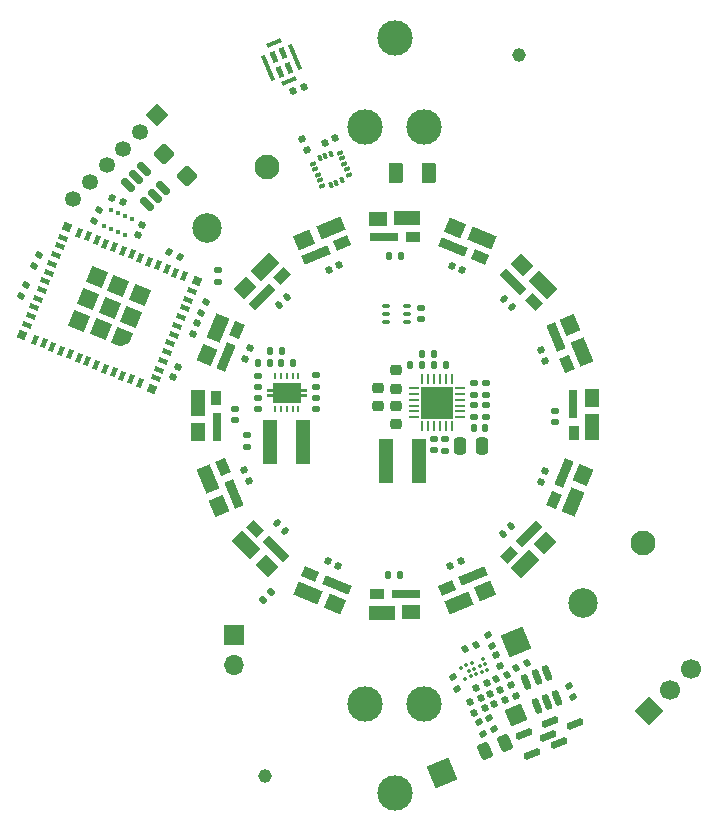
<source format=gts>
%TF.GenerationSoftware,KiCad,Pcbnew,7.0.7*%
%TF.CreationDate,2023-09-11T21:54:18+02:00*%
%TF.ProjectId,blinkekatze,626c696e-6b65-46b6-9174-7a652e6b6963,rev?*%
%TF.SameCoordinates,Original*%
%TF.FileFunction,Soldermask,Top*%
%TF.FilePolarity,Negative*%
%FSLAX46Y46*%
G04 Gerber Fmt 4.6, Leading zero omitted, Abs format (unit mm)*
G04 Created by KiCad (PCBNEW 7.0.7) date 2023-09-11 21:54:18*
%MOMM*%
%LPD*%
G01*
G04 APERTURE LIST*
G04 Aperture macros list*
%AMRoundRect*
0 Rectangle with rounded corners*
0 $1 Rounding radius*
0 $2 $3 $4 $5 $6 $7 $8 $9 X,Y pos of 4 corners*
0 Add a 4 corners polygon primitive as box body*
4,1,4,$2,$3,$4,$5,$6,$7,$8,$9,$2,$3,0*
0 Add four circle primitives for the rounded corners*
1,1,$1+$1,$2,$3*
1,1,$1+$1,$4,$5*
1,1,$1+$1,$6,$7*
1,1,$1+$1,$8,$9*
0 Add four rect primitives between the rounded corners*
20,1,$1+$1,$2,$3,$4,$5,0*
20,1,$1+$1,$4,$5,$6,$7,0*
20,1,$1+$1,$6,$7,$8,$9,0*
20,1,$1+$1,$8,$9,$2,$3,0*%
%AMHorizOval*
0 Thick line with rounded ends*
0 $1 width*
0 $2 $3 position (X,Y) of the first rounded end (center of the circle)*
0 $4 $5 position (X,Y) of the second rounded end (center of the circle)*
0 Add line between two ends*
20,1,$1,$2,$3,$4,$5,0*
0 Add two circle primitives to create the rounded ends*
1,1,$1,$2,$3*
1,1,$1,$4,$5*%
%AMRotRect*
0 Rectangle, with rotation*
0 The origin of the aperture is its center*
0 $1 length*
0 $2 width*
0 $3 Rotation angle, in degrees counterclockwise*
0 Add horizontal line*
21,1,$1,$2,0,0,$3*%
%AMOutline4P*
0 Free polygon, 4 corners , with rotation*
0 The origin of the aperture is its center*
0 number of corners: always 4*
0 $1 to $8 corner X, Y*
0 $9 Rotation angle, in degrees counterclockwise*
0 create outline with 4 corners*
4,1,4,$1,$2,$3,$4,$5,$6,$7,$8,$1,$2,$9*%
%AMOutline5P*
0 Free polygon, 5 corners , with rotation*
0 The origin of the aperture is its center*
0 number of corners: always 5*
0 $1 to $10 corner X, Y*
0 $11 Rotation angle, in degrees counterclockwise*
0 create outline with 5 corners*
4,1,5,$1,$2,$3,$4,$5,$6,$7,$8,$9,$10,$1,$2,$11*%
%AMOutline6P*
0 Free polygon, 6 corners , with rotation*
0 The origin of the aperture is its center*
0 number of corners: always 6*
0 $1 to $12 corner X, Y*
0 $13 Rotation angle, in degrees counterclockwise*
0 create outline with 6 corners*
4,1,6,$1,$2,$3,$4,$5,$6,$7,$8,$9,$10,$11,$12,$1,$2,$13*%
%AMOutline7P*
0 Free polygon, 7 corners , with rotation*
0 The origin of the aperture is its center*
0 number of corners: always 7*
0 $1 to $14 corner X, Y*
0 $15 Rotation angle, in degrees counterclockwise*
0 create outline with 7 corners*
4,1,7,$1,$2,$3,$4,$5,$6,$7,$8,$9,$10,$11,$12,$13,$14,$1,$2,$15*%
%AMOutline8P*
0 Free polygon, 8 corners , with rotation*
0 The origin of the aperture is its center*
0 number of corners: always 8*
0 $1 to $16 corner X, Y*
0 $17 Rotation angle, in degrees counterclockwise*
0 create outline with 8 corners*
4,1,8,$1,$2,$3,$4,$5,$6,$7,$8,$9,$10,$11,$12,$13,$14,$15,$16,$1,$2,$17*%
%AMFreePoly0*
4,1,21,-0.125000,1.200000,0.125000,1.200000,0.125000,1.700000,0.375000,1.700000,0.375000,1.200000,0.825000,1.200000,0.825000,-1.200000,0.375000,-1.200000,0.375000,-1.700000,0.125000,-1.700000,0.125000,-1.200000,-0.125000,-1.200000,-0.125000,-1.700000,-0.375000,-1.700000,-0.375000,-1.200000,-0.825000,-1.200000,-0.825000,1.200000,-0.375000,1.200000,-0.375000,1.700000,-0.125000,1.700000,
-0.125000,1.200000,-0.125000,1.200000,$1*%
G04 Aperture macros list end*
%ADD10RotRect,1.300000X0.900000X45.000000*%
%ADD11RotRect,2.200000X1.200000X45.000000*%
%ADD12RotRect,1.500000X1.300000X45.000000*%
%ADD13RotRect,2.400000X0.800000X45.000000*%
%ADD14R,1.300000X0.900000*%
%ADD15R,2.200000X1.200000*%
%ADD16R,1.500000X1.300000*%
%ADD17R,2.400000X0.800000*%
%ADD18RotRect,1.300000X0.900000X67.500000*%
%ADD19RotRect,2.200000X1.200000X67.500000*%
%ADD20RotRect,1.500000X1.300000X67.500000*%
%ADD21RotRect,2.400000X0.800000X67.500000*%
%ADD22RotRect,1.300000X0.900000X22.500000*%
%ADD23RotRect,2.200000X1.200000X22.500000*%
%ADD24RotRect,1.500000X1.300000X22.500000*%
%ADD25RotRect,2.400000X0.800000X22.500000*%
%ADD26RotRect,1.300000X0.900000X247.500000*%
%ADD27RotRect,2.200000X1.200000X247.500000*%
%ADD28RotRect,1.500000X1.300000X247.500000*%
%ADD29RotRect,2.400000X0.800000X247.500000*%
%ADD30RotRect,1.300000X0.900000X337.500000*%
%ADD31RotRect,2.200000X1.200000X337.500000*%
%ADD32RotRect,1.500000X1.300000X337.500000*%
%ADD33RotRect,2.400000X0.800000X337.500000*%
%ADD34RotRect,1.300000X0.900000X202.500000*%
%ADD35RotRect,2.200000X1.200000X202.500000*%
%ADD36RotRect,1.500000X1.300000X202.500000*%
%ADD37RotRect,2.400000X0.800000X202.500000*%
%ADD38RotRect,1.300000X0.900000X157.500000*%
%ADD39RotRect,2.200000X1.200000X157.500000*%
%ADD40RotRect,1.500000X1.300000X157.500000*%
%ADD41RotRect,2.400000X0.800000X157.500000*%
%ADD42RotRect,1.300000X0.900000X225.000000*%
%ADD43RotRect,2.200000X1.200000X225.000000*%
%ADD44RotRect,1.500000X1.300000X225.000000*%
%ADD45RotRect,2.400000X0.800000X225.000000*%
%ADD46RotRect,1.300000X0.900000X292.500000*%
%ADD47RotRect,2.200000X1.200000X292.500000*%
%ADD48RotRect,1.500000X1.300000X292.500000*%
%ADD49RotRect,2.400000X0.800000X292.500000*%
%ADD50RotRect,1.300000X0.900000X135.000000*%
%ADD51RotRect,2.200000X1.200000X135.000000*%
%ADD52RotRect,1.500000X1.300000X135.000000*%
%ADD53RotRect,2.400000X0.800000X135.000000*%
%ADD54R,0.900000X1.300000*%
%ADD55R,1.200000X2.200000*%
%ADD56R,1.300000X1.500000*%
%ADD57R,0.800000X2.400000*%
%ADD58RotRect,1.300000X0.900000X315.000000*%
%ADD59RotRect,2.200000X1.200000X315.000000*%
%ADD60RotRect,1.500000X1.300000X315.000000*%
%ADD61RotRect,2.400000X0.800000X315.000000*%
%ADD62RotRect,1.300000X0.900000X112.500000*%
%ADD63RotRect,2.200000X1.200000X112.500000*%
%ADD64RotRect,1.500000X1.300000X112.500000*%
%ADD65RotRect,2.400000X0.800000X112.500000*%
%ADD66RotRect,1.700000X1.700000X135.000000*%
%ADD67HorizOval,1.700000X0.000000X0.000000X0.000000X0.000000X0*%
%ADD68RoundRect,0.135000X0.222580X-0.053927X0.119255X0.195520X-0.222580X0.053927X-0.119255X-0.195520X0*%
%ADD69RoundRect,0.087500X-0.139743X-0.152593X0.206712X-0.009086X0.139743X0.152593X-0.206712X0.009086X0*%
%ADD70RoundRect,0.087500X-0.009086X-0.206712X0.152593X-0.139743X0.009086X0.206712X-0.152593X0.139743X0*%
%ADD71RotRect,0.350000X0.350000X157.500000*%
%ADD72C,2.500000*%
%ADD73R,1.200000X3.700000*%
%ADD74RoundRect,0.075000X0.250000X0.075000X-0.250000X0.075000X-0.250000X-0.075000X0.250000X-0.075000X0*%
%ADD75RoundRect,0.135000X0.135000X0.185000X-0.135000X0.185000X-0.135000X-0.185000X0.135000X-0.185000X0*%
%ADD76RoundRect,0.140000X0.194399X0.103484X-0.064287X0.210635X-0.194399X-0.103484X0.064287X-0.210635X0*%
%ADD77RotRect,1.350000X1.350000X315.000000*%
%ADD78HorizOval,1.350000X0.000000X0.000000X0.000000X0.000000X0*%
%ADD79RoundRect,0.225000X0.250000X-0.225000X0.250000X0.225000X-0.250000X0.225000X-0.250000X-0.225000X0*%
%ADD80RoundRect,0.140000X0.210635X-0.064287X0.103484X0.194399X-0.210635X0.064287X-0.103484X-0.194399X0*%
%ADD81RoundRect,0.250000X-0.618718X0.017678X0.017678X-0.618718X0.618718X-0.017678X-0.017678X0.618718X0*%
%ADD82RoundRect,0.140000X-0.170000X0.140000X-0.170000X-0.140000X0.170000X-0.140000X0.170000X0.140000X0*%
%ADD83RoundRect,0.140000X-0.140000X-0.170000X0.140000X-0.170000X0.140000X0.170000X-0.140000X0.170000X0*%
%ADD84RoundRect,0.140000X-0.219203X-0.021213X-0.021213X-0.219203X0.219203X0.021213X0.021213X0.219203X0*%
%ADD85RoundRect,0.135000X-0.119255X0.195520X-0.222580X-0.053927X0.119255X-0.195520X0.222580X0.053927X0*%
%ADD86RoundRect,0.140000X0.064287X0.210635X-0.194399X0.103484X-0.064287X-0.210635X0.194399X-0.103484X0*%
%ADD87RoundRect,0.140000X-0.194399X-0.103484X0.064287X-0.210635X0.194399X0.103484X-0.064287X0.210635X0*%
%ADD88RoundRect,0.250000X-0.250000X-0.475000X0.250000X-0.475000X0.250000X0.475000X-0.250000X0.475000X0*%
%ADD89RoundRect,0.140000X0.021213X-0.219203X0.219203X-0.021213X-0.021213X0.219203X-0.219203X0.021213X0*%
%ADD90RoundRect,0.140000X-0.103484X0.194399X-0.210635X-0.064287X0.103484X-0.194399X0.210635X0.064287X0*%
%ADD91RoundRect,0.150000X-0.485377X-0.363408X0.600182X0.086245X0.485377X0.363408X-0.600182X-0.086245X0*%
%ADD92RoundRect,0.250000X-0.070311X-0.516200X0.414726X-0.315291X0.070311X0.516200X-0.414726X0.315291X0*%
%ADD93C,2.100000*%
%ADD94RoundRect,0.140000X-0.064287X-0.210635X0.194399X-0.103484X0.064287X0.210635X-0.194399X0.103484X0*%
%ADD95RoundRect,0.135000X-0.135000X-0.185000X0.135000X-0.185000X0.135000X0.185000X-0.135000X0.185000X0*%
%ADD96RoundRect,0.135000X-0.222580X0.053927X-0.119255X-0.195520X0.222580X-0.053927X0.119255X0.195520X0*%
%ADD97RoundRect,0.135000X-0.053927X-0.222580X0.195520X-0.119255X0.053927X0.222580X-0.195520X0.119255X0*%
%ADD98RoundRect,0.140000X-0.210635X0.064287X-0.103484X-0.194399X0.210635X-0.064287X0.103484X0.194399X0*%
%ADD99R,1.700000X1.700000*%
%ADD100O,1.700000X1.700000*%
%ADD101RoundRect,0.140000X-0.021213X0.219203X-0.219203X0.021213X0.021213X-0.219203X0.219203X-0.021213X0*%
%ADD102RoundRect,0.135000X0.185000X-0.135000X0.185000X0.135000X-0.185000X0.135000X-0.185000X-0.135000X0*%
%ADD103RoundRect,0.250000X0.375000X0.625000X-0.375000X0.625000X-0.375000X-0.625000X0.375000X-0.625000X0*%
%ADD104RoundRect,0.140000X0.170000X-0.140000X0.170000X0.140000X-0.170000X0.140000X-0.170000X-0.140000X0*%
%ADD105RoundRect,0.135000X0.053927X0.222580X-0.195520X0.119255X-0.053927X-0.222580X0.195520X-0.119255X0*%
%ADD106RoundRect,0.225000X-0.250000X0.225000X-0.250000X-0.225000X0.250000X-0.225000X0.250000X0.225000X0*%
%ADD107RoundRect,0.140000X0.140000X0.170000X-0.140000X0.170000X-0.140000X-0.170000X0.140000X-0.170000X0*%
%ADD108RoundRect,0.150000X0.334707X-0.416086X-0.057543X0.530891X-0.334707X0.416086X0.057543X-0.530891X0*%
%ADD109RotRect,0.800000X0.400000X157.500000*%
%ADD110RotRect,0.800000X0.400000X247.500000*%
%ADD111Outline5P,-0.725000X0.145000X-0.145000X0.725000X0.725000X0.725000X0.725000X-0.725000X-0.725000X-0.725000X157.500000*%
%ADD112RotRect,1.450000X1.450000X157.500000*%
%ADD113Outline4P,-0.350000X-0.350000X0.350000X-0.350000X0.350000X0.350000X-0.350000X0.350000X157.500000*%
%ADD114RotRect,1.500000X1.500000X22.500000*%
%ADD115R,0.240000X0.600000*%
%ADD116FreePoly0,90.000000*%
%ADD117RoundRect,0.135000X-0.195520X-0.119255X0.053927X-0.222580X0.195520X0.119255X-0.053927X0.222580X0*%
%ADD118RoundRect,0.062500X0.350000X0.062500X-0.350000X0.062500X-0.350000X-0.062500X0.350000X-0.062500X0*%
%ADD119RoundRect,0.062500X0.062500X0.350000X-0.062500X0.350000X-0.062500X-0.350000X0.062500X-0.350000X0*%
%ADD120R,2.700000X2.700000*%
%ADD121RoundRect,0.140000X0.103484X-0.194399X0.210635X0.064287X-0.103484X0.194399X-0.210635X-0.064287X0*%
%ADD122RoundRect,0.140000X0.219203X0.021213X0.021213X0.219203X-0.219203X-0.021213X-0.021213X-0.219203X0*%
%ADD123C,0.345000*%
%ADD124RotRect,0.450000X0.950000X22.500000*%
%ADD125RotRect,0.350000X2.300000X22.500000*%
%ADD126RotRect,1.300000X0.350000X22.500000*%
%ADD127RotRect,2.000000X2.000000X22.500000*%
%ADD128RoundRect,0.150000X-0.468458X0.256326X0.256326X-0.468458X0.468458X-0.256326X-0.256326X0.468458X0*%
%ADD129RoundRect,0.135000X-0.035355X0.226274X-0.226274X0.035355X0.035355X-0.226274X0.226274X-0.035355X0*%
%ADD130C,1.152000*%
%ADD131C,3.000000*%
G04 APERTURE END LIST*
D10*
%TO.C,D15*%
X90411701Y-88190381D03*
D11*
X88997487Y-87412563D03*
D12*
X87300431Y-89180330D03*
D13*
X88714645Y-89958148D03*
%TD*%
D14*
%TO.C,D13*%
X101500000Y-84850000D03*
D15*
X101050000Y-83300000D03*
D16*
X98600000Y-83350000D03*
D17*
X99050000Y-84900000D03*
%TD*%
D18*
%TO.C,D16*%
X86609323Y-92789462D03*
D19*
X85005102Y-92612048D03*
D20*
X84113721Y-94894687D03*
D21*
X85717942Y-95072101D03*
%TD*%
D22*
%TO.C,D14*%
X95561100Y-85411272D03*
D23*
X94552195Y-84151467D03*
D24*
X92307824Y-85135235D03*
D25*
X93316730Y-86395041D03*
%TD*%
D26*
%TO.C,D8*%
X113440677Y-107160538D03*
D27*
X115044898Y-107337952D03*
D28*
X115936279Y-105055313D03*
D29*
X114332058Y-104877899D03*
%TD*%
D30*
%TO.C,D12*%
X107210538Y-86609323D03*
D31*
X107387952Y-85005102D03*
D32*
X105105313Y-84113721D03*
D33*
X104927899Y-85717942D03*
%TD*%
D34*
%TO.C,D6*%
X104388900Y-114588728D03*
D35*
X105397805Y-115848533D03*
D36*
X107642176Y-114864765D03*
D37*
X106633270Y-113604959D03*
%TD*%
D38*
%TO.C,D4*%
X92789462Y-113440677D03*
D39*
X92612048Y-115044898D03*
D40*
X94894687Y-115936279D03*
D41*
X95072101Y-114332058D03*
%TD*%
D42*
%TO.C,D7*%
X109638299Y-111809619D03*
D43*
X111052513Y-112587437D03*
D44*
X112749569Y-110819670D03*
D45*
X111335355Y-110041852D03*
%TD*%
D46*
%TO.C,D10*%
X114588728Y-95611100D03*
D47*
X115848533Y-94602195D03*
D48*
X114864765Y-92357824D03*
D49*
X113604959Y-93366730D03*
%TD*%
D50*
%TO.C,D3*%
X88190381Y-109588299D03*
D51*
X87412563Y-111002513D03*
D52*
X89180330Y-112699569D03*
D53*
X89958148Y-111285355D03*
%TD*%
D54*
%TO.C,D1*%
X84850000Y-98500000D03*
D55*
X83300000Y-98950000D03*
D56*
X83350000Y-101400000D03*
D57*
X84900000Y-100950000D03*
%TD*%
D14*
%TO.C,D5*%
X98500000Y-115150000D03*
D15*
X98950000Y-116700000D03*
D16*
X101400000Y-116650000D03*
D17*
X100950000Y-115100000D03*
%TD*%
D54*
%TO.C,D9*%
X115150000Y-101450000D03*
D55*
X116700000Y-101000000D03*
D56*
X116650000Y-98550000D03*
D57*
X115100000Y-99000000D03*
%TD*%
D58*
%TO.C,D11*%
X111759619Y-90361701D03*
D59*
X112537437Y-88947487D03*
D60*
X110769670Y-87250431D03*
D61*
X109991852Y-88664645D03*
%TD*%
D62*
%TO.C,D2*%
X85411272Y-104388900D03*
D63*
X84151467Y-105397805D03*
D64*
X85135235Y-107642176D03*
D65*
X86395041Y-106633270D03*
%TD*%
D66*
%TO.C,J3*%
X121477498Y-125054902D03*
D67*
X123273549Y-123258851D03*
X125069600Y-121462800D03*
%TD*%
D68*
%TO.C,R6*%
X108354952Y-126567013D03*
X107964614Y-125624655D03*
%TD*%
D69*
%TO.C,U10*%
X93071128Y-78689816D03*
X93262470Y-79151755D03*
X93453812Y-79613695D03*
X93645153Y-80075635D03*
X93836495Y-80537575D03*
D70*
X94592411Y-80468002D03*
X95054351Y-80276660D03*
X95516291Y-80085319D03*
D69*
X96100000Y-79600000D03*
X95908658Y-79138061D03*
X95717316Y-78676121D03*
X95525975Y-78214181D03*
X95334633Y-77752241D03*
D70*
X94578717Y-77821814D03*
X94116777Y-78013156D03*
X93654837Y-78204497D03*
%TD*%
D71*
%TO.C,U5*%
X77173337Y-84692929D03*
X76572815Y-84444185D03*
X75972294Y-84195441D03*
X75371772Y-83946696D03*
X75926663Y-82607071D03*
X76527185Y-82855815D03*
X77127706Y-83104559D03*
X77728228Y-83353304D03*
%TD*%
D72*
%TO.C,H3*%
X84090097Y-84090097D03*
%TD*%
D73*
%TO.C,L4*%
X92235000Y-102275000D03*
X89435000Y-102275000D03*
%TD*%
D74*
%TO.C,U7*%
X101050000Y-92050000D03*
X101050000Y-91400000D03*
X101050000Y-90750000D03*
X99250000Y-90750000D03*
X99250000Y-91400000D03*
X99250000Y-92050000D03*
%TD*%
D75*
%TO.C,R14*%
X102322502Y-95750000D03*
X101302502Y-95750000D03*
%TD*%
D76*
%TO.C,C5*%
X95186924Y-112707376D03*
X94300000Y-112340000D03*
%TD*%
D77*
%TO.C,J2*%
X79848427Y-74571573D03*
D78*
X78434213Y-75985787D03*
X77020000Y-77400000D03*
X75605786Y-78814214D03*
X74191573Y-80228427D03*
X72777359Y-81642641D03*
%TD*%
D79*
%TO.C,C32*%
X100112502Y-97725000D03*
X100112502Y-96175000D03*
%TD*%
D80*
%TO.C,C26*%
X110217376Y-123736924D03*
X109850000Y-122850000D03*
%TD*%
D81*
%TO.C,C17*%
X80493655Y-77815406D03*
X82402843Y-79724594D03*
%TD*%
D82*
%TO.C,C72*%
X93334999Y-98514999D03*
X93334999Y-99474999D03*
%TD*%
D83*
%TO.C,C73*%
X90375000Y-95574999D03*
X91335000Y-95574999D03*
%TD*%
D84*
%TO.C,C12*%
X109270589Y-90170589D03*
X109949411Y-90849411D03*
%TD*%
D82*
%TO.C,C74*%
X88375000Y-98515001D03*
X88375000Y-99475001D03*
%TD*%
D85*
%TO.C,R19*%
X68765169Y-88968821D03*
X68374831Y-89911179D03*
%TD*%
D86*
%TO.C,C20*%
X107252823Y-123906239D03*
X106365899Y-124273615D03*
%TD*%
%TO.C,C68*%
X92293462Y-72166312D03*
X91406538Y-72533688D03*
%TD*%
D87*
%TO.C,C13*%
X104826538Y-87346312D03*
X105713462Y-87713688D03*
%TD*%
D88*
%TO.C,C28*%
X105512502Y-102575000D03*
X107412502Y-102575000D03*
%TD*%
D89*
%TO.C,C16*%
X90190589Y-90679411D03*
X90869411Y-90000589D03*
%TD*%
D90*
%TO.C,C9*%
X112713688Y-104736538D03*
X112346312Y-105623462D03*
%TD*%
D91*
%TO.C,Q1*%
X110904177Y-126939846D03*
X111631275Y-128695217D03*
X113000000Y-127100000D03*
%TD*%
D92*
%TO.C,R4*%
X107604997Y-128382178D03*
X109291077Y-127683780D03*
%TD*%
D93*
%TO.C,H2*%
X121001169Y-110818831D03*
%TD*%
D94*
%TO.C,C21*%
X106710970Y-125158954D03*
X107597894Y-124791578D03*
%TD*%
D95*
%TO.C,R48*%
X88425001Y-95575000D03*
X89445001Y-95575000D03*
%TD*%
D96*
%TO.C,R9*%
X104910294Y-122170565D03*
X105300632Y-123112923D03*
%TD*%
D97*
%TO.C,R11*%
X110228821Y-121345169D03*
X111171179Y-120954831D03*
%TD*%
D98*
%TO.C,C23*%
X108571915Y-120296683D03*
X108939291Y-121183607D03*
%TD*%
D99*
%TO.C,J1*%
X86350000Y-118575000D03*
D100*
X86350000Y-121115000D03*
%TD*%
D79*
%TO.C,C31*%
X98612502Y-99225000D03*
X98612502Y-97675000D03*
%TD*%
D101*
%TO.C,C8*%
X109829411Y-109310589D03*
X109150589Y-109989411D03*
%TD*%
D102*
%TO.C,R15*%
X107712502Y-98245000D03*
X107712502Y-97225000D03*
%TD*%
D103*
%TO.C,F1*%
X102875000Y-79450000D03*
X100075000Y-79450000D03*
%TD*%
D86*
%TO.C,C7*%
X105566924Y-112342624D03*
X104680000Y-112710000D03*
%TD*%
D83*
%TO.C,C14*%
X99540000Y-86460000D03*
X100500000Y-86460000D03*
%TD*%
D104*
%TO.C,C2*%
X86450000Y-100410000D03*
X86450000Y-99450000D03*
%TD*%
D105*
%TO.C,R12*%
X106863761Y-119413107D03*
X105921403Y-119803445D03*
%TD*%
D104*
%TO.C,C71*%
X93335000Y-97555000D03*
X93335000Y-96595000D03*
%TD*%
D102*
%TO.C,R46*%
X85000000Y-88660000D03*
X85000000Y-87640000D03*
%TD*%
D106*
%TO.C,C30*%
X100112502Y-99175000D03*
X100112502Y-100725000D03*
%TD*%
D102*
%TO.C,R18*%
X106712501Y-100165000D03*
X106712501Y-99145000D03*
%TD*%
D107*
%TO.C,C6*%
X100410000Y-113530000D03*
X99450000Y-113530000D03*
%TD*%
D108*
%TO.C,U4*%
X111994629Y-124627097D03*
X112872314Y-124263548D03*
X113750000Y-123899999D03*
X112879395Y-121798173D03*
X112001710Y-122161722D03*
X111124024Y-122525271D03*
%TD*%
D109*
%TO.C,U1*%
X79760384Y-96843480D03*
X80066530Y-96104377D03*
X80372677Y-95365273D03*
X80678824Y-94626170D03*
X80984970Y-93887066D03*
X81291117Y-93147962D03*
X81597264Y-92408859D03*
X81903411Y-91669755D03*
X82209557Y-90930651D03*
X82515704Y-90191548D03*
X82821851Y-89452444D03*
D110*
X82149999Y-88200001D03*
X81410895Y-87893854D03*
X80671791Y-87587707D03*
X79932688Y-87281561D03*
X79193584Y-86975414D03*
X78454480Y-86669267D03*
X77715377Y-86363120D03*
X76976273Y-86056974D03*
X76237170Y-85750827D03*
X75498066Y-85444680D03*
X74758962Y-85138533D03*
X74019859Y-84832387D03*
X73280755Y-84526240D03*
D109*
X71920072Y-84936780D03*
X71613926Y-85675883D03*
X71307779Y-86414987D03*
X71001632Y-87154090D03*
X70695486Y-87893194D03*
X70389339Y-88632298D03*
X70083192Y-89371401D03*
X69777045Y-90110505D03*
X69470899Y-90849609D03*
X69164752Y-91588712D03*
X68858605Y-92327816D03*
D110*
X69530457Y-93580259D03*
X70269561Y-93886406D03*
X71008665Y-94192553D03*
X71747768Y-94498699D03*
X72486872Y-94804846D03*
X73225976Y-95110993D03*
X73965079Y-95417140D03*
X74704183Y-95723286D03*
X75443286Y-96029433D03*
X76182390Y-96335580D03*
X76921494Y-96641727D03*
X77660597Y-96947873D03*
X78399701Y-97254020D03*
D111*
X76909090Y-93470592D03*
D112*
X77664890Y-91645930D03*
X78420690Y-89821268D03*
X75084428Y-92714792D03*
X75840228Y-90890130D03*
X76596028Y-89065468D03*
X73259766Y-91958992D03*
X74015566Y-90134330D03*
X74771366Y-88309668D03*
D113*
X68448862Y-93186367D03*
X72237428Y-84039960D03*
X83231594Y-88593893D03*
X79443028Y-97740300D03*
%TD*%
D105*
%TO.C,R10*%
X109531569Y-121934078D03*
X108589211Y-122324416D03*
%TD*%
D90*
%TO.C,C70*%
X78633688Y-83856538D03*
X78266312Y-84743462D03*
%TD*%
D93*
%TO.C,H1*%
X89181266Y-78998928D03*
%TD*%
D114*
%TO.C,TP5*%
X110288260Y-125354900D03*
%TD*%
D104*
%TO.C,C67*%
X102190001Y-91849995D03*
X102190001Y-90889995D03*
%TD*%
%TO.C,C27*%
X103312500Y-102955000D03*
X103312500Y-101995000D03*
%TD*%
D115*
%TO.C,U9*%
X89835000Y-99475000D03*
X90335000Y-99475000D03*
X90835000Y-99475000D03*
X91335000Y-99475000D03*
X91835000Y-99475000D03*
X91835000Y-96675000D03*
X91335000Y-96675000D03*
X90835000Y-96675000D03*
X90335000Y-96675000D03*
X89835000Y-96675000D03*
D116*
X90835000Y-98075000D03*
%TD*%
D94*
%TO.C,C15*%
X94386538Y-87653688D03*
X95273462Y-87286312D03*
%TD*%
D117*
%TO.C,R45*%
X80850000Y-86150000D03*
X81792358Y-86540338D03*
%TD*%
D96*
%TO.C,R7*%
X107852470Y-118559789D03*
X108242808Y-119502147D03*
%TD*%
D76*
%TO.C,C69*%
X76950000Y-81950000D03*
X76063076Y-81582624D03*
%TD*%
D107*
%TO.C,C33*%
X107635000Y-101050000D03*
X106675000Y-101050000D03*
%TD*%
D85*
%TO.C,R43*%
X74916941Y-82575517D03*
X74526603Y-83517875D03*
%TD*%
D82*
%TO.C,C10*%
X113530000Y-99590000D03*
X113530000Y-100550000D03*
%TD*%
D68*
%TO.C,R8*%
X115095169Y-123871179D03*
X114704831Y-122928821D03*
%TD*%
D95*
%TO.C,R13*%
X102302502Y-94750000D03*
X103322502Y-94750000D03*
%TD*%
%TO.C,R49*%
X89425002Y-94575000D03*
X90445002Y-94575000D03*
%TD*%
D104*
%TO.C,C75*%
X88375000Y-97625000D03*
X88375000Y-96665000D03*
%TD*%
D82*
%TO.C,C29*%
X104262502Y-102025000D03*
X104262502Y-102985000D03*
%TD*%
D85*
%TO.C,R44*%
X83971481Y-90367283D03*
X83581143Y-91309641D03*
%TD*%
D118*
%TO.C,U8*%
X105537500Y-100150000D03*
X105537500Y-99650000D03*
X105537500Y-99150000D03*
X105537500Y-98650000D03*
X105537500Y-98150000D03*
X105537500Y-97650000D03*
D119*
X104825000Y-96937500D03*
X104325000Y-96937500D03*
X103825000Y-96937500D03*
X103325000Y-96937500D03*
X102825000Y-96937500D03*
X102325000Y-96937500D03*
D118*
X101612500Y-97650000D03*
X101612500Y-98150000D03*
X101612500Y-98650000D03*
X101612500Y-99150000D03*
X101612500Y-99650000D03*
X101612500Y-100150000D03*
D119*
X102325000Y-100862500D03*
X102825000Y-100862500D03*
X103325000Y-100862500D03*
X103825000Y-100862500D03*
X104325000Y-100862500D03*
X104825000Y-100862500D03*
D120*
X103575000Y-98900000D03*
%TD*%
D98*
%TO.C,C11*%
X112336312Y-94456538D03*
X112703688Y-95343462D03*
%TD*%
D121*
%TO.C,C1*%
X87332624Y-95186924D03*
X87700000Y-94300000D03*
%TD*%
D72*
%TO.C,H4*%
X115910000Y-115910000D03*
%TD*%
D94*
%TO.C,C19*%
X94056538Y-76883688D03*
X94943462Y-76516312D03*
%TD*%
D85*
%TO.C,R20*%
X69835169Y-86408821D03*
X69444831Y-87351179D03*
%TD*%
D68*
%TO.C,R5*%
X107473439Y-126921323D03*
X107083101Y-125978965D03*
%TD*%
D86*
%TO.C,C24*%
X108943522Y-123205928D03*
X108056598Y-123573304D03*
%TD*%
D122*
%TO.C,C4*%
X90668822Y-109808822D03*
X89990000Y-109130000D03*
%TD*%
D102*
%TO.C,R16*%
X106712502Y-98250000D03*
X106712502Y-97230000D03*
%TD*%
D91*
%TO.C,Q2*%
X113170314Y-125981080D03*
X113897412Y-127736451D03*
X115266137Y-126141234D03*
%TD*%
D123*
%TO.C,U2*%
X105979322Y-122268956D03*
X105596639Y-121345077D03*
X106441262Y-122077614D03*
X106249920Y-121615675D03*
X106058579Y-121153735D03*
X106903202Y-121886273D03*
X106711860Y-121424333D03*
X106520518Y-120962393D03*
X107365141Y-121694931D03*
X107173800Y-121232991D03*
X107827081Y-121503589D03*
X107635740Y-121041650D03*
X107444398Y-120579710D03*
%TD*%
D124*
%TO.C,U6*%
X91061089Y-70554670D03*
X90544466Y-69307433D03*
X89759169Y-69632714D03*
X90275792Y-70879951D03*
D125*
X89278377Y-70562479D03*
D126*
X89750000Y-68500000D03*
X91070258Y-71687384D03*
D125*
X91541881Y-69624905D03*
%TD*%
D121*
%TO.C,C66*%
X82882624Y-93061924D03*
X83250000Y-92175000D03*
%TD*%
D102*
%TO.C,R17*%
X107712504Y-100120000D03*
X107712504Y-99100000D03*
%TD*%
%TO.C,R1*%
X87500000Y-102660000D03*
X87500000Y-101640000D03*
%TD*%
D73*
%TO.C,L2*%
X102012502Y-103850000D03*
X99212502Y-103850000D03*
%TD*%
D127*
%TO.C,TP4*%
X110250000Y-119150000D03*
%TD*%
%TO.C,TP3*%
X104000000Y-130250000D03*
%TD*%
D128*
%TO.C,U3*%
X78771751Y-79166498D03*
X78100000Y-79838249D03*
X77428249Y-80510000D03*
X79036917Y-82118668D03*
X79708668Y-81446917D03*
X80380419Y-80775166D03*
%TD*%
D94*
%TO.C,C22*%
X108420147Y-124450990D03*
X109307071Y-124083614D03*
%TD*%
D129*
%TO.C,R2*%
X89550000Y-114900000D03*
X88828752Y-115621248D03*
%TD*%
D130*
%TO.C,H5*%
X89000000Y-130500000D03*
%TD*%
D80*
%TO.C,C3*%
X87617376Y-105516924D03*
X87250000Y-104630000D03*
%TD*%
D90*
%TO.C,C65*%
X81600000Y-95850000D03*
X81232624Y-96736924D03*
%TD*%
D95*
%TO.C,R3*%
X103302502Y-95750000D03*
X104322502Y-95750000D03*
%TD*%
D130*
%TO.C,H6*%
X110500000Y-69500000D03*
%TD*%
D98*
%TO.C,C18*%
X92166312Y-76606538D03*
X92533688Y-77493462D03*
%TD*%
D94*
%TO.C,C25*%
X106880035Y-123032380D03*
X107766959Y-122665004D03*
%TD*%
D131*
%TO.C,BTT2*%
X102500000Y-124400000D03*
X97500000Y-124400000D03*
X100000000Y-132000000D03*
%TD*%
%TO.C,BTT1*%
X97500000Y-75600000D03*
X102500000Y-75600000D03*
X100000000Y-68000000D03*
%TD*%
M02*

</source>
